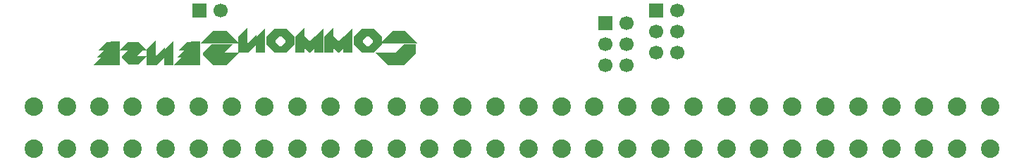
<source format=gbr>
G04 DipTrace 3.0.0.2*
G04 BottomMask.gbr*
%MOIN*%
G04 #@! TF.FileFunction,Soldermask,Bot*
G04 #@! TF.Part,Single*
%AMOUTLINE16*
4,1,4,
-0.088383,-0.029581,
0.088383,-0.029581,
0.029219,0.029581,
-0.029219,0.029581,
-0.088383,-0.029581,
0*%
%AMOUTLINE19*
4,1,7,
0.092999,0.050391,
0.039306,0.050391,
-0.001788,0.009297,
-0.098682,0.009297,
-0.038994,-0.050391,
0.038783,-0.050391,
0.093118,0.003943,
0.092999,0.050391,
0*%
%AMOUTLINE22*
4,1,17,
-0.005574,-0.026962,
-0.024441,-0.007908,
-0.024441,0.000686,
-0.004533,0.020656,
0.065113,0.020576,
0.030433,0.055436,
-0.030078,0.055436,
-0.066567,0.018946,
-0.066796,-0.018514,
-0.02965,-0.055436,
0.029652,-0.055436,
0.066786,-0.01845,
0.066786,0.02125,
0.003049,0.02116,
0.023529,0.000681,
0.023529,-0.007902,
0.004531,-0.026963,
-0.005574,-0.026962,
0*%
%AMOUTLINE25*
4,1,4,
0.021664,0.061003,
-0.021664,0.017675,
-0.021664,-0.055436,
0.021664,-0.055436,
0.021664,0.061003,
0*%
%AMOUTLINE28*
4,1,12,
-0.002509,0.061003,
-0.045837,0.017675,
-0.045837,-0.055436,
-0.002509,-0.055436,
-0.002509,-0.035027,
0.017845,-0.055436,
0.026779,-0.055436,
0.045837,-0.036458,
0.045837,0.019979,
0.026819,0.000863,
0.016073,0.000917,
-0.002509,0.019498,
-0.002509,0.061003,
0*%
%AMOUTLINE31*
4,1,12,
-0.002509,0.061003,
-0.045837,0.017675,
-0.045837,-0.055436,
-0.002509,-0.055436,
-0.002509,-0.035027,
0.017844,-0.055436,
0.026779,-0.055436,
0.045837,-0.036458,
0.045837,0.019979,
0.026819,0.000863,
0.016072,0.000917,
-0.002509,0.019498,
-0.002509,0.061003,
0*%
%AMOUTLINE34*
4,1,17,
-0.005575,-0.026962,
-0.024441,-0.007908,
-0.024441,0.000686,
-0.004534,0.020656,
0.065113,0.020576,
0.030433,0.055436,
-0.030078,0.055436,
-0.066567,0.018946,
-0.066796,-0.018514,
-0.02965,-0.055436,
0.029652,-0.055436,
0.066786,-0.01845,
0.066786,0.02125,
0.003049,0.02116,
0.023528,0.000682,
0.023528,-0.007902,
0.004531,-0.026963,
-0.005575,-0.026962,
0*%
%AMOUTLINE37*
4,1,4,
0.021664,0.06099,
-0.021664,0.017749,
-0.021664,-0.055436,
0.021664,-0.055436,
0.021664,0.06099,
0*%
%AMOUTLINE40*
4,1,8,
0.042545,0.026796,
0.002716,-0.012949,
0.000854,-0.012949,
0.000854,0.060977,
-0.042545,0.017751,
-0.042545,-0.055436,
0.005697,-0.055436,
0.042545,-0.018514,
0.042545,0.026796,
0*%
%AMOUTLINE43*
4,1,4,
-0.092337,-0.029581,
0.092324,-0.029581,
0.033161,0.029581,
-0.033054,0.029581,
-0.092337,-0.029581,
0*%
%AMOUTLINE46*
4,1,9,
-0.083318,-0.001706,
-0.034632,-0.050392,
0.029277,-0.050392,
0.088828,0.009402,
0.020855,0.009402,
0.02092,0.011895,
0.058929,0.050273,
-0.040106,0.050394,
-0.083155,0.007013,
-0.083318,-0.001706,
0*%
%AMOUTLINE49*
4,1,6,
0.05908,0.055436,
0.015752,0.055436,
0.015752,-0.020446,
-0.029584,-0.020446,
-0.064665,-0.055436,
0.05908,-0.055436,
0.05908,0.055436,
0*%
%AMOUTLINE52*
4,1,4,
0.031333,0.0176,
-0.001481,0.0176,
-0.036953,-0.0176,
0.031333,-0.0176,
0.031333,0.0176,
0*%
%AMOUTLINE55*
4,1,4,
0.028075,0.021033,
0.008496,0.021033,
-0.033656,-0.021033,
0.028075,-0.021033,
0.028075,0.021033,
0*%
%AMOUTLINE57*
4,1,8,
0.042545,0.026798,
0.002715,-0.012949,
0.000854,-0.012949,
0.000854,0.060977,
-0.042545,0.017751,
-0.042545,-0.055436,
0.005697,-0.055436,
0.042545,-0.018514,
0.042545,0.026798,
0*%
%AMOUTLINE59*
4,1,4,
-0.064731,-0.021033,
0.064718,-0.021033,
0.02265,0.021033,
-0.022579,0.021033,
-0.064731,-0.021033,
0*%
%AMOUTLINE62*
4,1,8,
-0.05687,-0.001668,
-0.023632,-0.034907,
0.020063,-0.034907,
0.062378,0.00758,
0.01545,0.00758,
0.042433,0.034825,
-0.027281,0.034909,
-0.056733,0.005228,
-0.05687,-0.001668,
0*%
%AMOUTLINE64*
4,1,6,
0.05908,0.055436,
0.015752,0.055436,
0.015752,-0.020446,
-0.029586,-0.020446,
-0.064665,-0.055436,
0.05908,-0.055436,
0.05908,0.055436,
0*%
%ADD70C,0.066929*%
%ADD72R,0.066929X0.066929*%
%ADD84C,0.087874*%
%ADD103OUTLINE16*%
%ADD106OUTLINE19*%
%ADD109OUTLINE22*%
%ADD112OUTLINE25*%
%ADD115OUTLINE28*%
%ADD118OUTLINE31*%
%ADD121OUTLINE34*%
%ADD124OUTLINE37*%
%ADD127OUTLINE40*%
%ADD130OUTLINE43*%
%ADD133OUTLINE46*%
%ADD136OUTLINE49*%
%ADD139OUTLINE52*%
%ADD142OUTLINE55*%
%ADD144OUTLINE57*%
%ADD146OUTLINE59*%
%ADD149OUTLINE62*%
%ADD151OUTLINE64*%
%FSLAX26Y26*%
G04*
G70*
G90*
G75*
G01*
G04 BotMask*
%LPD*%
D84*
X5036701Y675701D3*
X4880701D3*
X4724701D3*
X4568701D3*
X4412701D3*
X4256701D3*
X4100701D3*
X3944701D3*
X3788701D3*
X3632701D3*
X3476701D3*
X3320701D3*
X3164701D3*
X3008701D3*
X2852701D3*
X2696701D3*
X2540701D3*
X2384701D3*
X2228701D3*
X2072701D3*
X1916701D3*
X1760701D3*
X1604701D3*
X1448701D3*
X1292701D3*
X1136701D3*
X980701D3*
X824701D3*
X668701D3*
X512701D3*
X5036701Y475701D3*
X4880701D3*
X4724701D3*
X4568701D3*
X4412701D3*
X4256701D3*
X4100701D3*
X3944701D3*
X3788701D3*
X3632701D3*
X3476701D3*
X3320701D3*
X3164701D3*
X3008701D3*
X2852701D3*
X2696701D3*
X2540701D3*
X2384701D3*
X2228701D3*
X2072701D3*
X1916701D3*
X1760701D3*
X1604701D3*
X1448701D3*
X1292701D3*
X1136701D3*
X980701D3*
X824701D3*
X668701D3*
X512701D3*
D72*
X3457701Y1132672D3*
D70*
X3557701D3*
X3457701Y1032672D3*
X3557701D3*
X3457701Y932672D3*
X3557701D3*
D72*
X3217701Y1072672D3*
D70*
X3317701D3*
X3217701Y972672D3*
X3317701D3*
X3217701Y872672D3*
X3317701D3*
D72*
X1295701Y1132701D3*
D70*
X1395701D3*
D103*
X2238701Y1005701D3*
D106*
X2228192Y923302D3*
D109*
X2092751Y989253D3*
D112*
X1999702Y989255D3*
D115*
X1933979D3*
D112*
X1861810D3*
D118*
X1796088D3*
D121*
X1678797Y989253D3*
D124*
X1585747Y989255D3*
D127*
X1523318D3*
D130*
X1394580Y1006109D3*
D133*
X1398049Y923713D3*
D136*
X1239255Y929066D3*
D139*
X1225450Y925843D3*
D142*
X1228709Y963469D3*
D124*
X1153633Y929066D3*
D144*
X1091202D3*
D146*
X984141Y963469D3*
D149*
X986453Y908537D3*
D151*
X860334Y929066D3*
D139*
X846529Y925843D3*
D142*
X849788Y963469D3*
M02*

</source>
